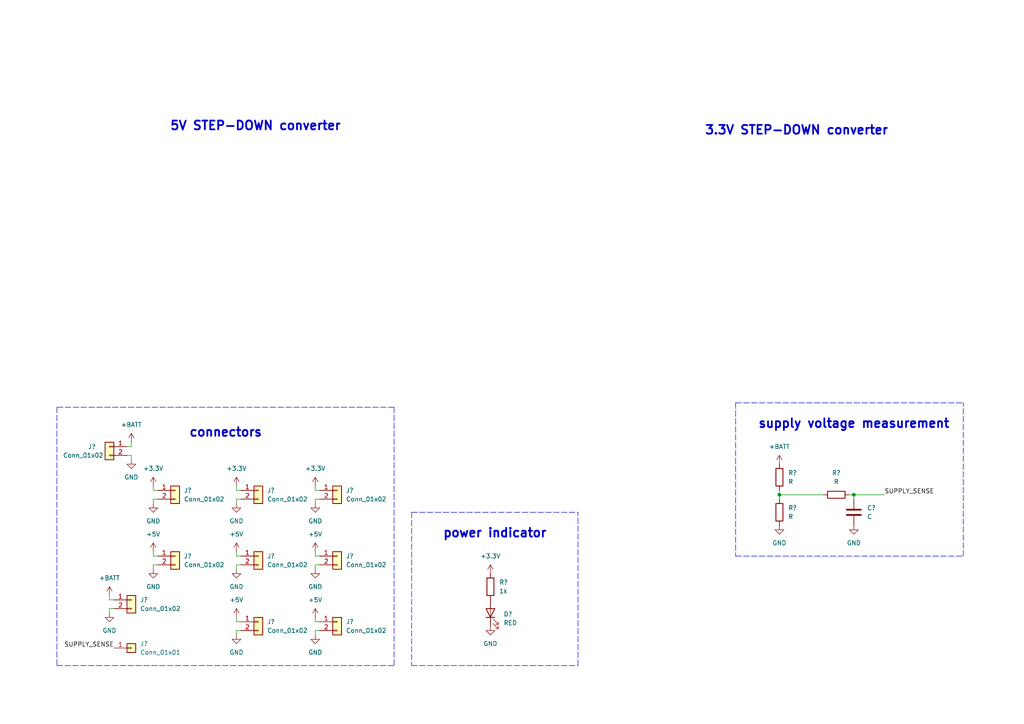
<source format=kicad_sch>
(kicad_sch (version 20211123) (generator eeschema)
  (paper "A4")
  (lib_symbols
    (symbol "Connector_Generic:Conn_01x01" (pin_names (offset 1.016) hide)
      (property "Reference" "J" (at 0 2.54 0))
      (property "Value" "Conn_01x01" (at 0 -2.54 0))
      (symbol "Conn_01x01_1_1"
        (rectangle (start -1.27 0.127) (end 0 -0.127) (stroke (width 0.1524)))
        (rectangle (start -1.27 1.27) (end 1.27 -1.27) (stroke (width 0.254)) (fill (type background)))
        (pin passive line (at -5.08 0 0) (length 3.81) (name "Pin_1") (number "1"))
      )
    )
    (symbol "Connector_Generic:Conn_01x02" (pin_names (offset 1.016) hide)
      (property "Reference" "J" (at 0 2.54 0))
      (property "Value" "Conn_01x02" (at 0 -5.08 0))
      (symbol "Conn_01x02_1_1"
        (rectangle (start -1.27 -2.413) (end 0 -2.667) (stroke (width 0.1524)))
        (rectangle (start -1.27 0.127) (end 0 -0.127) (stroke (width 0.1524)))
        (rectangle (start -1.27 1.27) (end 1.27 -3.81) (stroke (width 0.254)) (fill (type background)))
        (pin passive line (at -5.08 0 0) (length 3.81) (name "Pin_1") (number "1"))
        (pin passive line (at -5.08 -2.54 0) (length 3.81) (name "Pin_2") (number "2"))
      )
    )
    (symbol "Device:C" (pin_numbers hide) (pin_names (offset 0.254))
      (property "Reference" "C" (at 0.635 2.54 0))
      (property "Value" "C" (at 0.635 -2.54 0))
      (symbol "C_0_1"
        (polyline (pts (xy -2.032 -0.762) (xy 2.032 -0.762)) (stroke (width 0.508)))
        (polyline (pts (xy -2.032 0.762) (xy 2.032 0.762)) (stroke (width 0.508)))
      )
      (symbol "C_1_1"
        (pin passive line (at 0 3.81 270) (length 2.794) (name "~") (number "1"))
        (pin passive line (at 0 -3.81 90) (length 2.794) (name "~") (number "2"))
      )
    )
    (symbol "Device:LED" (pin_numbers hide) (pin_names (offset 1.016) hide)
      (property "Reference" "D" (at 0 2.54 0))
      (property "Value" "LED" (at 0 -2.54 0))
      (symbol "LED_0_1"
        (polyline (pts (xy -1.27 -1.27) (xy -1.27 1.27)) (stroke (width 0.254)))
        (polyline (pts (xy -1.27 0) (xy 1.27 0)))
        (polyline (pts (xy 1.27 -1.27) (xy 1.27 1.27) (xy -1.27 0) (xy 1.27 -1.27)) (stroke (width 0.254)))
        (polyline (pts (xy -3.048 -0.762) (xy -4.572 -2.286) (xy -3.81 -2.286) (xy -4.572 -2.286) (xy -4.572 -1.524)))
        (polyline (pts (xy -1.778 -0.762) (xy -3.302 -2.286) (xy -2.54 -2.286) (xy -3.302 -2.286) (xy -3.302 -1.524)))
      )
      (symbol "LED_1_1"
        (pin passive line (at -3.81 0 0) (length 2.54) (name "K") (number "1"))
        (pin passive line (at 3.81 0 180) (length 2.54) (name "A") (number "2"))
      )
    )
    (symbol "Device:R" (pin_numbers hide) (pin_names (offset 0))
      (property "Reference" "R" (at 2.032 0 90))
      (property "Value" "R" (at 0 0 90))
      (symbol "R_0_1"
        (rectangle (start -1.016 -2.54) (end 1.016 2.54) (stroke (width 0.254)))
      )
      (symbol "R_1_1"
        (pin passive line (at 0 3.81 270) (length 1.27) (name "~") (number "1"))
        (pin passive line (at 0 -3.81 90) (length 1.27) (name "~") (number "2"))
      )
    )
    (symbol "power:+3.3V" (power) (pin_names (offset 0))
      (property "Value" "+3.3V" (at 0 3.556 0))
      (symbol "+3.3V_0_1"
        (polyline (pts (xy -0.762 1.27) (xy 0 2.54)))
        (polyline (pts (xy 0 0) (xy 0 2.54)))
        (polyline (pts (xy 0 2.54) (xy 0.762 1.27)))
      )
      (symbol "+3.3V_1_1"
        (pin power_in line (at 0 0 90) (length 0) hide (name "+3.3V") (number "1"))
      )
    )
    (symbol "power:+5V" (power) (pin_names (offset 0))
      (property "Value" "+5V" (at 0 3.556 0))
      (symbol "+5V_0_1"
        (polyline (pts (xy -0.762 1.27) (xy 0 2.54)))
        (polyline (pts (xy 0 0) (xy 0 2.54)))
        (polyline (pts (xy 0 2.54) (xy 0.762 1.27)))
      )
      (symbol "+5V_1_1"
        (pin power_in line (at 0 0 90) (length 0) hide (name "+5V") (number "1"))
      )
    )
    (symbol "power:+BATT" (power) (pin_names (offset 0))
      (property "Value" "+BATT" (at 0 3.556 0))
      (symbol "+BATT_0_1"
        (polyline (pts (xy -0.762 1.27) (xy 0 2.54)))
        (polyline (pts (xy 0 0) (xy 0 2.54)))
        (polyline (pts (xy 0 2.54) (xy 0.762 1.27)))
      )
      (symbol "+BATT_1_1"
        (pin power_in line (at 0 0 90) (length 0) hide (name "+BATT") (number "1"))
      )
    )
    (symbol "power:GND" (power) (pin_names (offset 0))
      (property "Value" "GND" (at 0 -3.81 0))
      (symbol "GND_0_1"
        (polyline (pts (xy 0 0) (xy 0 -1.27) (xy 1.27 -1.27) (xy 0 -2.54) (xy -1.27 -1.27) (xy 0 -1.27)))
      )
      (symbol "GND_1_1"
        (pin power_in line (at 0 0 270) (length 0) hide (name "GND") (number "1"))
      )
    )
  )
  (junction (at 226.06 143.51))
  (junction (at 247.65 143.51))
  (wire (pts (xy 38.1 129.54) (xy 38.1 128.27)))
  (wire (pts (xy 31.75 176.53) (xy 33.02 176.53)))
  (wire (pts (xy 91.44 163.83) (xy 92.71 163.83)))
  (wire (pts (xy 226.06 143.51) (xy 238.76 143.51)))
  (wire (pts (xy 91.44 179.07) (xy 91.44 180.34)))
  (wire (pts (xy 91.44 144.78) (xy 92.71 144.78)))
  (wire (pts (xy 91.44 165.1) (xy 91.44 163.83)))
  (polyline (pts (xy 213.36 116.84) (xy 279.4 116.84)))
  (polyline (pts (xy 119.38 148.59) (xy 119.38 193.04)))
  (wire (pts (xy 44.45 160.02) (xy 44.45 161.29)))
  (wire (pts (xy 91.44 184.15) (xy 91.44 182.88)))
  (wire (pts (xy 247.65 143.51) (xy 256.54 143.51)))
  (wire (pts (xy 44.45 163.83) (xy 45.72 163.83)))
  (wire (pts (xy 68.58 142.24) (xy 69.85 142.24)))
  (wire (pts (xy 31.75 177.8) (xy 31.75 176.53)))
  (wire (pts (xy 44.45 144.78) (xy 45.72 144.78)))
  (wire (pts (xy 44.45 142.24) (xy 45.72 142.24)))
  (wire (pts (xy 246.38 143.51) (xy 247.65 143.51)))
  (wire (pts (xy 44.45 165.1) (xy 44.45 163.83)))
  (wire (pts (xy 68.58 140.97) (xy 68.58 142.24)))
  (wire (pts (xy 68.58 146.05) (xy 68.58 144.78)))
  (polyline (pts (xy 16.51 193.04) (xy 114.3 193.04)))
  (wire (pts (xy 44.45 146.05) (xy 44.45 144.78)))
  (polyline (pts (xy 114.3 118.11) (xy 114.3 193.04)))
  (wire (pts (xy 68.58 160.02) (xy 68.58 161.29)))
  (wire (pts (xy 68.58 163.83) (xy 69.85 163.83)))
  (wire (pts (xy 91.44 142.24) (xy 92.71 142.24)))
  (wire (pts (xy 68.58 182.88) (xy 69.85 182.88)))
  (wire (pts (xy 44.45 140.97) (xy 44.45 142.24)))
  (wire (pts (xy 247.65 143.51) (xy 247.65 144.78)))
  (wire (pts (xy 68.58 180.34) (xy 69.85 180.34)))
  (wire (pts (xy 91.44 160.02) (xy 91.44 161.29)))
  (wire (pts (xy 226.06 143.51) (xy 226.06 144.78)))
  (wire (pts (xy 91.44 182.88) (xy 92.71 182.88)))
  (wire (pts (xy 36.83 132.08) (xy 38.1 132.08)))
  (wire (pts (xy 68.58 184.15) (xy 68.58 182.88)))
  (wire (pts (xy 31.75 172.72) (xy 31.75 173.99)))
  (polyline (pts (xy 119.38 148.59) (xy 167.64 148.59)))
  (wire (pts (xy 91.44 146.05) (xy 91.44 144.78)))
  (polyline (pts (xy 16.51 118.11) (xy 16.51 193.04)))
  (wire (pts (xy 36.83 129.54) (xy 38.1 129.54)))
  (polyline (pts (xy 167.64 193.04) (xy 167.64 148.59)))
  (wire (pts (xy 91.44 140.97) (xy 91.44 142.24)))
  (wire (pts (xy 68.58 144.78) (xy 69.85 144.78)))
  (wire (pts (xy 68.58 179.07) (xy 68.58 180.34)))
  (wire (pts (xy 31.75 173.99) (xy 33.02 173.99)))
  (polyline (pts (xy 119.38 193.04) (xy 167.64 193.04)))
  (wire (pts (xy 226.06 142.24) (xy 226.06 143.51)))
  (wire (pts (xy 91.44 161.29) (xy 92.71 161.29)))
  (wire (pts (xy 38.1 132.08) (xy 38.1 133.35)))
  (polyline (pts (xy 213.36 161.29) (xy 279.4 161.29)))
  (polyline (pts (xy 279.4 161.29) (xy 279.4 116.84)))
  (wire (pts (xy 44.45 161.29) (xy 45.72 161.29)))
  (wire (pts (xy 68.58 165.1) (xy 68.58 163.83)))
  (polyline (pts (xy 114.3 118.11) (xy 16.51 118.11)))
  (wire (pts (xy 91.44 180.34) (xy 92.71 180.34)))
  (wire (pts (xy 68.58 161.29) (xy 69.85 161.29)))
  (polyline (pts (xy 213.36 116.84) (xy 213.36 161.29)))
  (text "5V STEP-DOWN converter" (at 99.06 38.1 180) (effects (font (size 2.54 2.54) (thickness 0.508) bold) (justify right bottom)))
  (text "power indicator" (at 158.75 156.21 180) (effects (font (size 2.54 2.54) (thickness 0.508) bold) (justify right bottom)))
  (text "3.3V STEP-DOWN converter" (at 257.81 39.37 180) (effects (font (size 2.54 2.54) (thickness 0.508) bold) (justify right bottom)))
  (text "connectors" (at 76.2 127 180) (effects (font (size 2.54 2.54) (thickness 0.508) bold) (justify right bottom)))
  (text "supply voltage measurement" (at 275.59 124.46 180) (effects (font (size 2.54 2.54) (thickness 0.508) bold) (justify right bottom)))
  (label "SUPPLY_SENSE" (at 256.54 143.51 0))
  (label "SUPPLY_SENSE" (at 33.02 187.96 180))
  (symbol (lib_id "power:+3.3V") (at 68.58 140.97 0) (unit 1)
    (property "Reference" "#PWR?" (effects hide))
    (property "Value" "+3.3V" (at 68.58 135.89 0))
  )
  (symbol (lib_id "power:GND") (at 91.44 165.1 0) (unit 1)
    (property "Reference" "#PWR?" (effects hide))
    (property "Value" "GND" (at 91.44 170.18 0))
  )
  (symbol (lib_id "power:+3.3V") (at 142.24 166.37 0) (unit 1)
    (property "Reference" "#PWR?" (effects hide))
    (property "Value" "+3.3V" (at 142.24 161.29 0))
  )
  (symbol (lib_id "Connector_Generic:Conn_01x02") (at 74.93 180.34 0) (unit 1)
    (property "Reference" "J?" (at 77.47 180.3399 0) (effects (justify left)))
    (property "Value" "Conn_01x02" (at 77.47 182.8799 0) (effects (justify left)))
  )
  (symbol (lib_id "power:GND") (at 226.06 152.4 0) (unit 1)
    (property "Reference" "#PWR?" (effects hide))
    (property "Value" "GND" (at 226.06 157.48 0))
  )
  (symbol (lib_id "power:+BATT") (at 38.1 128.27 0) (unit 1)
    (property "Reference" "#PWR?" (effects hide))
    (property "Value" "+BATT" (at 38.1 123.19 0))
  )
  (symbol (lib_id "power:+5V") (at 91.44 179.07 0) (unit 1)
    (property "Reference" "#PWR?" (effects hide))
    (property "Value" "+5V" (at 91.44 173.99 0))
  )
  (symbol (lib_id "Connector_Generic:Conn_01x01") (at 38.1 187.96 0) (unit 1)
    (property "Reference" "J?" (at 40.64 186.6899 0) (effects (justify left)))
    (property "Value" "Conn_01x01" (at 40.64 189.2299 0) (effects (justify left)))
  )
  (symbol (lib_id "Connector_Generic:Conn_01x02") (at 97.79 161.29 0) (unit 1)
    (property "Reference" "J?" (at 100.33 161.2899 0) (effects (justify left)))
    (property "Value" "Conn_01x02" (at 100.33 163.8299 0) (effects (justify left)))
  )
  (symbol (lib_id "Connector_Generic:Conn_01x02") (at 74.93 161.29 0) (unit 1)
    (property "Reference" "J?" (at 77.47 161.2899 0) (effects (justify left)))
    (property "Value" "Conn_01x02" (at 77.47 163.8299 0) (effects (justify left)))
  )
  (symbol (lib_id "Connector_Generic:Conn_01x02") (at 31.75 129.54 0) (mirror y) (unit 1)
    (property "Reference" "J?" (at 26.67 129.54 0))
    (property "Value" "Conn_01x02" (at 24.13 132.08 0))
  )
  (symbol (lib_id "power:GND") (at 142.24 181.61 0) (unit 1)
    (property "Reference" "#PWR?" (effects hide))
    (property "Value" "GND" (at 142.24 186.69 0))
  )
  (symbol (lib_id "Device:R") (at 142.24 170.18 0) (unit 1)
    (property "Reference" "R?" (at 144.78 168.9099 0) (effects (justify left)))
    (property "Value" "1k" (at 144.78 171.4499 0) (effects (justify left)))
  )
  (symbol (lib_id "Device:R") (at 242.57 143.51 270) (unit 1)
    (property "Reference" "R?" (at 242.57 137.16 90))
    (property "Value" "R" (at 242.57 139.7 90))
  )
  (symbol (lib_id "power:+5V") (at 68.58 160.02 0) (unit 1)
    (property "Reference" "#PWR?" (effects hide))
    (property "Value" "+5V" (at 68.58 154.94 0))
  )
  (symbol (lib_id "Connector_Generic:Conn_01x02") (at 74.93 142.24 0) (unit 1)
    (property "Reference" "J?" (at 77.47 142.2399 0) (effects (justify left)))
    (property "Value" "Conn_01x02" (at 77.47 144.7799 0) (effects (justify left)))
  )
  (symbol (lib_id "power:GND") (at 68.58 165.1 0) (unit 1)
    (property "Reference" "#PWR?" (effects hide))
    (property "Value" "GND" (at 68.58 170.18 0))
  )
  (symbol (lib_id "power:+5V") (at 68.58 179.07 0) (unit 1)
    (property "Reference" "#PWR?" (effects hide))
    (property "Value" "+5V" (at 68.58 173.99 0))
  )
  (symbol (lib_id "Connector_Generic:Conn_01x02") (at 97.79 142.24 0) (unit 1)
    (property "Reference" "J?" (at 100.33 142.2399 0) (effects (justify left)))
    (property "Value" "Conn_01x02" (at 100.33 144.7799 0) (effects (justify left)))
  )
  (symbol (lib_id "Connector_Generic:Conn_01x02") (at 97.79 180.34 0) (unit 1)
    (property "Reference" "J?" (at 100.33 180.3399 0) (effects (justify left)))
    (property "Value" "Conn_01x02" (at 100.33 182.8799 0) (effects (justify left)))
  )
  (symbol (lib_id "Connector_Generic:Conn_01x02") (at 38.1 173.99 0) (unit 1)
    (property "Reference" "J?" (at 40.64 173.9899 0) (effects (justify left)))
    (property "Value" "Conn_01x02" (at 40.64 176.5299 0) (effects (justify left)))
  )
  (symbol (lib_id "power:GND") (at 68.58 146.05 0) (unit 1)
    (property "Reference" "#PWR?" (effects hide))
    (property "Value" "GND" (at 68.58 151.13 0))
  )
  (symbol (lib_id "power:GND") (at 44.45 165.1 0) (unit 1)
    (property "Reference" "#PWR?" (effects hide))
    (property "Value" "GND" (at 44.45 170.18 0))
  )
  (symbol (lib_id "power:GND") (at 38.1 133.35 0) (unit 1)
    (property "Reference" "#PWR?" (effects hide))
    (property "Value" "GND" (at 38.1 138.43 0))
  )
  (symbol (lib_id "Device:C") (at 247.65 148.59 0) (unit 1)
    (property "Reference" "C?" (at 251.46 147.3199 0) (effects (justify left)))
    (property "Value" "C" (at 251.46 149.8599 0) (effects (justify left)))
  )
  (symbol (lib_id "Connector_Generic:Conn_01x02") (at 50.8 142.24 0) (unit 1)
    (property "Reference" "J?" (at 53.34 142.2399 0) (effects (justify left)))
    (property "Value" "Conn_01x02" (at 53.34 144.7799 0) (effects (justify left)))
  )
  (symbol (lib_id "Device:R") (at 226.06 148.59 0) (unit 1)
    (property "Reference" "R?" (at 228.6 147.3199 0) (effects (justify left)))
    (property "Value" "R" (at 228.6 149.8599 0) (effects (justify left)))
  )
  (symbol (lib_id "power:GND") (at 31.75 177.8 0) (unit 1)
    (property "Reference" "#PWR?" (effects hide))
    (property "Value" "GND" (at 31.75 182.88 0))
  )
  (symbol (lib_id "power:+3.3V") (at 44.45 140.97 0) (unit 1)
    (property "Reference" "#PWR?" (effects hide))
    (property "Value" "+3.3V" (at 44.45 135.89 0))
  )
  (symbol (lib_id "power:+3.3V") (at 91.44 140.97 0) (unit 1)
    (property "Reference" "#PWR?" (effects hide))
    (property "Value" "+3.3V" (at 91.44 135.89 0))
  )
  (symbol (lib_id "power:GND") (at 247.65 152.4 0) (unit 1)
    (property "Reference" "#PWR?" (effects hide))
    (property "Value" "GND" (at 247.65 157.48 0))
  )
  (symbol (lib_id "power:+5V") (at 44.45 160.02 0) (unit 1)
    (property "Reference" "#PWR?" (effects hide))
    (property "Value" "+5V" (at 44.45 154.94 0))
  )
  (symbol (lib_id "power:+5V") (at 91.44 160.02 0) (unit 1)
    (property "Reference" "#PWR?" (effects hide))
    (property "Value" "+5V" (at 91.44 154.94 0))
  )
  (symbol (lib_id "power:+BATT") (at 226.06 134.62 0) (unit 1)
    (property "Reference" "#PWR?" (effects hide))
    (property "Value" "+BATT" (at 226.06 129.54 0))
  )
  (symbol (lib_id "Connector_Generic:Conn_01x02") (at 50.8 161.29 0) (unit 1)
    (property "Reference" "J?" (at 53.34 161.2899 0) (effects (justify left)))
    (property "Value" "Conn_01x02" (at 53.34 163.8299 0) (effects (justify left)))
  )
  (symbol (lib_id "power:GND") (at 91.44 184.15 0) (unit 1)
    (property "Reference" "#PWR?" (effects hide))
    (property "Value" "GND" (at 91.44 189.23 0))
  )
  (symbol (lib_id "power:GND") (at 91.44 146.05 0) (unit 1)
    (property "Reference" "#PWR?" (effects hide))
    (property "Value" "GND" (at 91.44 151.13 0))
  )
  (symbol (lib_id "power:+BATT") (at 31.75 172.72 0) (unit 1)
    (property "Reference" "#PWR?" (effects hide))
    (property "Value" "+BATT" (at 31.75 167.64 0))
  )
  (symbol (lib_id "power:GND") (at 44.45 146.05 0) (unit 1)
    (property "Reference" "#PWR?" (effects hide))
    (property "Value" "GND" (at 44.45 151.13 0))
  )
  (symbol (lib_id "Device:R") (at 226.06 138.43 0) (unit 1)
    (property "Reference" "R?" (at 228.6 137.1599 0) (effects (justify left)))
    (property "Value" "R" (at 228.6 139.6999 0) (effects (justify left)))
  )
  (symbol (lib_id "Device:LED") (at 142.24 177.8 90) (unit 1)
    (property "Reference" "D?" (at 146.05 178.1174 90) (effects (justify right)))
    (property "Value" "RED" (at 146.05 180.6574 90) (effects (justify right)))
  )
  (symbol (lib_id "power:GND") (at 68.58 184.15 0) (unit 1)
    (property "Reference" "#PWR?" (effects hide))
    (property "Value" "GND" (at 68.58 189.23 0))
  )
)
</source>
